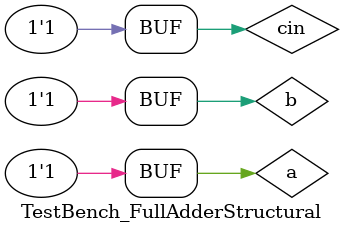
<source format=sv>
`timescale 1ns / 1ps


module TestBench_FullAdderStructural();
    logic a, b, cin;
    logic sum, cout;
// instantiate device under test
    FullAdderStructural dut(a, b, cin, sum, cout);
// apply inputs one at a time
    initial begin
    a = 0; b = 0; cin = 0; #10;
    cin = 1; #10;
    b = 1; cin = 0; #10;
    cin = 1; #10;
    a = 1; b = 0; cin = 0; #10;
    cin = 1; #10;
    b = 1; cin = 0; #10;
    cin = 1; #10;
    end
endmodule

</source>
